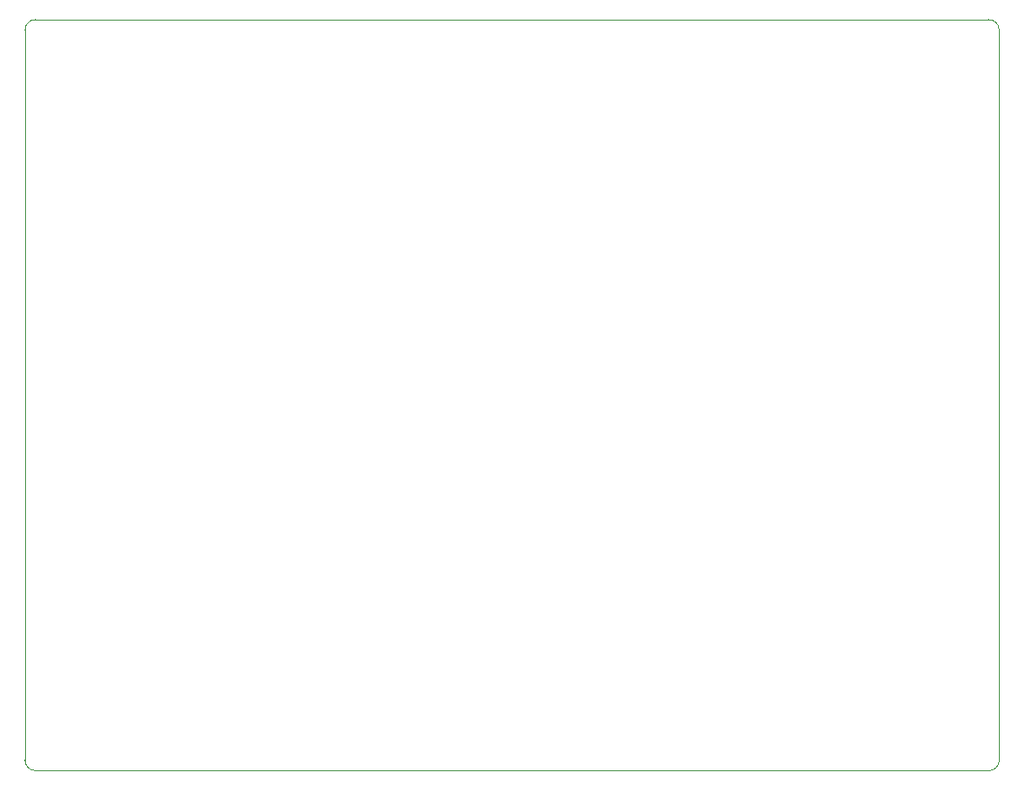
<source format=gm1>
G04 Layer_Color=16711935*
%FSLAX44Y44*%
%MOMM*%
G71*
G01*
G75*
%ADD45C,0.1000*%
D45*
X910000Y0D02*
G03*
X920000Y10000I0J10000D01*
G01*
Y700000D02*
G03*
X910000Y710000I-10000J0D01*
G01*
X10000D02*
G03*
X0Y700000I0J-10000D01*
G01*
Y10000D02*
G03*
X10000Y0I10000J0D01*
G01*
X920000Y10000D02*
Y10000D01*
Y700000D01*
X10000Y0D02*
X910000D01*
X9000Y710000D02*
X910000D01*
X0Y10000D02*
Y701000D01*
M02*

</source>
